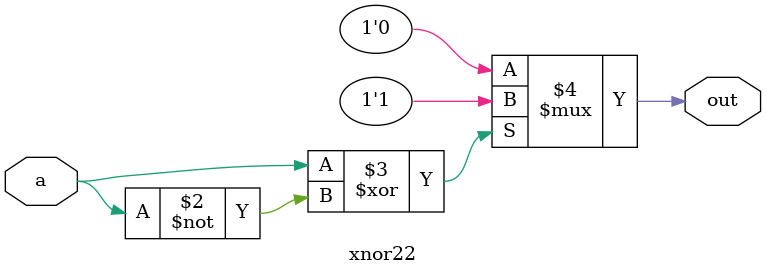
<source format=v>
module xnor22 (
    input wire a,
    output reg out
);

    always @(*) begin
        out = (a ^ a == 1'b0) ? 1'b1 : 1'b0;
    end
endmodule

</source>
